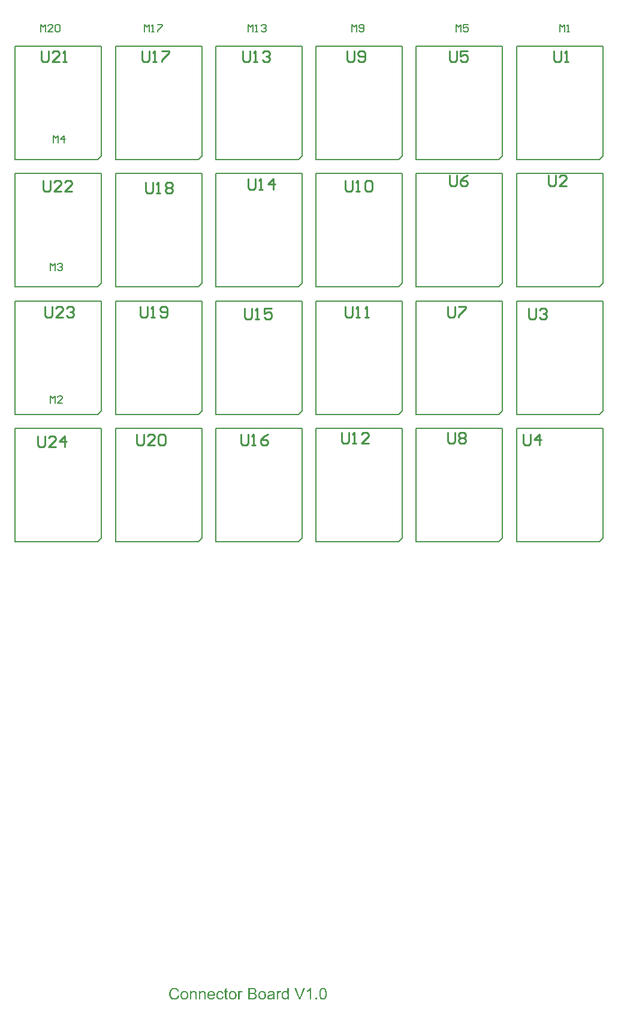
<source format=gto>
G04*
G04 #@! TF.GenerationSoftware,Altium Limited,Altium Designer,23.7.1 (13)*
G04*
G04 Layer_Color=65535*
%FSLAX44Y44*%
%MOMM*%
G71*
G04*
G04 #@! TF.SameCoordinates,18148A51-D3F6-497A-8191-E25F5C0AB562*
G04*
G04*
G04 #@! TF.FilePolarity,Positive*
G04*
G01*
G75*
%ADD10C,0.1270*%
%ADD11C,0.2540*%
G36*
X493199Y59697D02*
X493410Y59674D01*
X493669Y59650D01*
X493927Y59626D01*
X494233Y59556D01*
X494867Y59415D01*
X495572Y59204D01*
X495924Y59063D01*
X496253Y58898D01*
X496582Y58687D01*
X496911Y58475D01*
X496935Y58452D01*
X496982Y58428D01*
X497076Y58358D01*
X497193Y58240D01*
X497310Y58123D01*
X497475Y57958D01*
X497639Y57770D01*
X497827Y57582D01*
X498015Y57347D01*
X498203Y57066D01*
X498415Y56784D01*
X498603Y56478D01*
X498767Y56126D01*
X498955Y55773D01*
X499096Y55397D01*
X499237Y54974D01*
X497122Y54481D01*
Y54505D01*
X497099Y54552D01*
X497052Y54646D01*
X497005Y54763D01*
X496958Y54904D01*
X496888Y55092D01*
X496699Y55468D01*
X496465Y55891D01*
X496183Y56314D01*
X495830Y56713D01*
X495454Y57066D01*
X495407Y57112D01*
X495266Y57207D01*
X495031Y57324D01*
X494726Y57488D01*
X494327Y57629D01*
X493880Y57770D01*
X493340Y57864D01*
X492752Y57888D01*
X492564D01*
X492447Y57864D01*
X492282D01*
X492094Y57841D01*
X491648Y57770D01*
X491155Y57676D01*
X490638Y57512D01*
X490097Y57277D01*
X489604Y56972D01*
X489581D01*
X489557Y56925D01*
X489393Y56807D01*
X489181Y56619D01*
X488923Y56337D01*
X488617Y55985D01*
X488335Y55585D01*
X488077Y55092D01*
X487842Y54552D01*
Y54528D01*
X487818Y54481D01*
X487795Y54411D01*
X487771Y54293D01*
X487724Y54152D01*
X487677Y53988D01*
X487607Y53588D01*
X487513Y53118D01*
X487419Y52601D01*
X487372Y52038D01*
X487349Y51427D01*
Y51403D01*
Y51333D01*
Y51215D01*
Y51074D01*
X487372Y50910D01*
Y50698D01*
X487396Y50463D01*
X487419Y50205D01*
X487490Y49641D01*
X487607Y49030D01*
X487748Y48419D01*
X487936Y47808D01*
Y47785D01*
X487959Y47738D01*
X488006Y47667D01*
X488053Y47550D01*
X488194Y47268D01*
X488406Y46939D01*
X488664Y46563D01*
X488993Y46164D01*
X489369Y45811D01*
X489815Y45483D01*
X489839D01*
X489886Y45459D01*
X489957Y45412D01*
X490051Y45365D01*
X490168Y45318D01*
X490309Y45248D01*
X490638Y45107D01*
X491061Y44966D01*
X491531Y44848D01*
X492048Y44754D01*
X492588Y44731D01*
X492752D01*
X492893Y44754D01*
X493058D01*
X493222Y44778D01*
X493645Y44872D01*
X494139Y44989D01*
X494632Y45177D01*
X495149Y45436D01*
X495407Y45577D01*
X495642Y45764D01*
X495666Y45788D01*
X495689Y45811D01*
X495760Y45882D01*
X495854Y45952D01*
X495948Y46070D01*
X496065Y46211D01*
X496206Y46352D01*
X496324Y46540D01*
X496465Y46751D01*
X496629Y46986D01*
X496770Y47221D01*
X496911Y47503D01*
X497029Y47808D01*
X497146Y48137D01*
X497263Y48490D01*
X497357Y48866D01*
X499519Y48325D01*
Y48302D01*
X499495Y48208D01*
X499449Y48067D01*
X499378Y47879D01*
X499308Y47667D01*
X499213Y47409D01*
X499096Y47127D01*
X498955Y46822D01*
X498626Y46164D01*
X498203Y45506D01*
X497945Y45177D01*
X497686Y44848D01*
X497404Y44566D01*
X497076Y44284D01*
X497052Y44261D01*
X497005Y44214D01*
X496888Y44167D01*
X496770Y44073D01*
X496582Y43955D01*
X496394Y43838D01*
X496136Y43720D01*
X495877Y43603D01*
X495572Y43462D01*
X495243Y43344D01*
X494890Y43227D01*
X494515Y43109D01*
X494115Y43015D01*
X493692Y42969D01*
X493246Y42922D01*
X492776Y42898D01*
X492517D01*
X492329Y42922D01*
X492118D01*
X491860Y42945D01*
X491578Y42992D01*
X491249Y43039D01*
X490567Y43156D01*
X489863Y43344D01*
X489158Y43603D01*
X488829Y43767D01*
X488500Y43955D01*
X488476Y43979D01*
X488429Y44002D01*
X488335Y44073D01*
X488241Y44167D01*
X488100Y44261D01*
X487936Y44402D01*
X487748Y44566D01*
X487560Y44754D01*
X487372Y44966D01*
X487161Y45177D01*
X486738Y45718D01*
X486338Y46352D01*
X485986Y47057D01*
Y47080D01*
X485939Y47151D01*
X485915Y47268D01*
X485845Y47409D01*
X485798Y47597D01*
X485727Y47832D01*
X485633Y48091D01*
X485563Y48372D01*
X485492Y48678D01*
X485398Y49030D01*
X485281Y49759D01*
X485187Y50581D01*
X485140Y51427D01*
Y51450D01*
Y51544D01*
Y51685D01*
X485163Y51850D01*
Y52085D01*
X485187Y52320D01*
X485210Y52625D01*
X485257Y52930D01*
X485375Y53612D01*
X485539Y54364D01*
X485774Y55115D01*
X486103Y55844D01*
X486127Y55867D01*
X486150Y55938D01*
X486197Y56032D01*
X486291Y56149D01*
X486385Y56314D01*
X486503Y56502D01*
X486808Y56925D01*
X487208Y57394D01*
X487677Y57864D01*
X488218Y58334D01*
X488852Y58734D01*
X488876Y58757D01*
X488946Y58781D01*
X489040Y58828D01*
X489158Y58898D01*
X489346Y58969D01*
X489534Y59039D01*
X489768Y59133D01*
X490027Y59227D01*
X490309Y59321D01*
X490614Y59415D01*
X491272Y59556D01*
X492024Y59674D01*
X492799Y59721D01*
X493034D01*
X493199Y59697D01*
D02*
G37*
G36*
X654163Y43180D02*
X652307D01*
Y44660D01*
X652283Y44637D01*
X652260Y44590D01*
X652189Y44496D01*
X652095Y44378D01*
X651978Y44261D01*
X651837Y44120D01*
X651673Y43955D01*
X651461Y43791D01*
X651250Y43626D01*
X651015Y43462D01*
X650733Y43321D01*
X650427Y43204D01*
X650122Y43086D01*
X649770Y42992D01*
X649393Y42945D01*
X648994Y42922D01*
X648853D01*
X648759Y42945D01*
X648477Y42969D01*
X648148Y43016D01*
X647749Y43109D01*
X647302Y43250D01*
X646856Y43439D01*
X646410Y43697D01*
X646386D01*
X646363Y43744D01*
X646222Y43838D01*
X646010Y44026D01*
X645752Y44261D01*
X645446Y44566D01*
X645141Y44942D01*
X644836Y45365D01*
X644577Y45858D01*
Y45882D01*
X644554Y45929D01*
X644530Y45999D01*
X644483Y46093D01*
X644436Y46234D01*
X644366Y46399D01*
X644319Y46563D01*
X644272Y46775D01*
X644154Y47245D01*
X644037Y47785D01*
X643966Y48396D01*
X643943Y49054D01*
Y49077D01*
Y49124D01*
Y49218D01*
Y49359D01*
X643966Y49500D01*
Y49688D01*
X644013Y50111D01*
X644084Y50604D01*
X644201Y51145D01*
X644342Y51709D01*
X644530Y52249D01*
Y52273D01*
X644554Y52320D01*
X644601Y52390D01*
X644648Y52484D01*
X644789Y52743D01*
X644977Y53071D01*
X645211Y53424D01*
X645517Y53776D01*
X645869Y54152D01*
X646292Y54458D01*
X646316D01*
X646339Y54481D01*
X646410Y54528D01*
X646504Y54575D01*
X646739Y54693D01*
X647067Y54857D01*
X647443Y54998D01*
X647890Y55115D01*
X648383Y55209D01*
X648900Y55233D01*
X649088D01*
X649276Y55209D01*
X649535Y55186D01*
X649840Y55115D01*
X650169Y55045D01*
X650498Y54928D01*
X650803Y54763D01*
X650850Y54740D01*
X650944Y54693D01*
X651085Y54575D01*
X651273Y54458D01*
X651508Y54293D01*
X651720Y54082D01*
X651954Y53870D01*
X652166Y53612D01*
Y59439D01*
X654163D01*
Y43180D01*
D02*
G37*
G36*
X533093Y55209D02*
X533352Y55186D01*
X533657Y55139D01*
X533986Y55068D01*
X534338Y54974D01*
X534668Y54833D01*
X534714Y54810D01*
X534808Y54763D01*
X534973Y54693D01*
X535161Y54575D01*
X535396Y54434D01*
X535607Y54246D01*
X535819Y54058D01*
X536007Y53823D01*
X536030Y53800D01*
X536077Y53706D01*
X536148Y53588D01*
X536265Y53424D01*
X536359Y53189D01*
X536453Y52954D01*
X536571Y52672D01*
X536641Y52366D01*
Y52343D01*
X536665Y52249D01*
X536688Y52108D01*
X536712Y51920D01*
Y51638D01*
X536735Y51309D01*
X536758Y50910D01*
Y50416D01*
Y43180D01*
X534761D01*
Y50322D01*
Y50346D01*
Y50370D01*
Y50534D01*
Y50745D01*
X534738Y51004D01*
X534714Y51309D01*
X534668Y51615D01*
X534597Y51897D01*
X534526Y52155D01*
Y52179D01*
X534479Y52249D01*
X534409Y52366D01*
X534338Y52508D01*
X534221Y52649D01*
X534080Y52813D01*
X533892Y52977D01*
X533681Y53118D01*
X533657Y53142D01*
X533587Y53189D01*
X533446Y53236D01*
X533281Y53306D01*
X533093Y53377D01*
X532858Y53447D01*
X532576Y53471D01*
X532295Y53494D01*
X532177D01*
X532083Y53471D01*
X531848Y53447D01*
X531543Y53400D01*
X531214Y53283D01*
X530838Y53142D01*
X530462Y52954D01*
X530109Y52672D01*
X530062Y52625D01*
X529968Y52508D01*
X529898Y52414D01*
X529827Y52296D01*
X529734Y52155D01*
X529663Y51991D01*
X529569Y51803D01*
X529475Y51568D01*
X529405Y51309D01*
X529334Y51027D01*
X529287Y50722D01*
X529240Y50393D01*
X529193Y49994D01*
Y49594D01*
Y43180D01*
X527196D01*
Y54974D01*
X528982D01*
Y53283D01*
X529005Y53306D01*
X529052Y53377D01*
X529123Y53471D01*
X529217Y53588D01*
X529358Y53729D01*
X529522Y53894D01*
X529710Y54082D01*
X529945Y54270D01*
X530180Y54434D01*
X530462Y54622D01*
X530767Y54787D01*
X531096Y54928D01*
X531472Y55045D01*
X531848Y55139D01*
X532271Y55209D01*
X532717Y55233D01*
X532905D01*
X533093Y55209D01*
D02*
G37*
G36*
X520453D02*
X520711Y55186D01*
X521017Y55139D01*
X521346Y55068D01*
X521698Y54974D01*
X522027Y54833D01*
X522074Y54810D01*
X522168Y54763D01*
X522333Y54693D01*
X522520Y54575D01*
X522756Y54434D01*
X522967Y54246D01*
X523178Y54058D01*
X523366Y53823D01*
X523390Y53800D01*
X523437Y53706D01*
X523507Y53588D01*
X523625Y53424D01*
X523719Y53189D01*
X523813Y52954D01*
X523930Y52672D01*
X524001Y52366D01*
Y52343D01*
X524024Y52249D01*
X524048Y52108D01*
X524071Y51920D01*
Y51638D01*
X524095Y51309D01*
X524118Y50910D01*
Y50416D01*
Y43180D01*
X522121D01*
Y50322D01*
Y50346D01*
Y50370D01*
Y50534D01*
Y50745D01*
X522098Y51004D01*
X522074Y51309D01*
X522027Y51615D01*
X521957Y51897D01*
X521886Y52155D01*
Y52179D01*
X521839Y52249D01*
X521769Y52366D01*
X521698Y52508D01*
X521581Y52649D01*
X521440Y52813D01*
X521252Y52977D01*
X521040Y53118D01*
X521017Y53142D01*
X520946Y53189D01*
X520805Y53236D01*
X520641Y53306D01*
X520453Y53377D01*
X520218Y53447D01*
X519936Y53471D01*
X519654Y53494D01*
X519537D01*
X519443Y53471D01*
X519208Y53447D01*
X518902Y53400D01*
X518573Y53283D01*
X518198Y53142D01*
X517822Y52954D01*
X517469Y52672D01*
X517422Y52625D01*
X517328Y52508D01*
X517258Y52414D01*
X517187Y52296D01*
X517093Y52155D01*
X517023Y51991D01*
X516929Y51803D01*
X516835Y51568D01*
X516764Y51309D01*
X516694Y51027D01*
X516647Y50722D01*
X516600Y50393D01*
X516553Y49994D01*
Y49594D01*
Y43180D01*
X514556D01*
Y54974D01*
X516341D01*
Y53283D01*
X516365Y53306D01*
X516412Y53377D01*
X516482Y53471D01*
X516576Y53588D01*
X516717Y53729D01*
X516882Y53894D01*
X517070Y54082D01*
X517305Y54270D01*
X517540Y54434D01*
X517822Y54622D01*
X518127Y54787D01*
X518456Y54928D01*
X518832Y55045D01*
X519208Y55139D01*
X519631Y55209D01*
X520077Y55233D01*
X520265D01*
X520453Y55209D01*
D02*
G37*
G36*
X641828Y55209D02*
X642087Y55163D01*
X642392Y55068D01*
X642721Y54951D01*
X643097Y54787D01*
X643496Y54575D01*
X642768Y52743D01*
X642745Y52766D01*
X642651Y52813D01*
X642510Y52884D01*
X642321Y52954D01*
X642110Y53024D01*
X641852Y53095D01*
X641593Y53142D01*
X641335Y53165D01*
X641217D01*
X641100Y53142D01*
X640935Y53118D01*
X640771Y53071D01*
X640559Y53001D01*
X640348Y52907D01*
X640160Y52766D01*
X640136Y52743D01*
X640066Y52695D01*
X639995Y52601D01*
X639878Y52484D01*
X639761Y52320D01*
X639643Y52132D01*
X639526Y51920D01*
X639432Y51662D01*
X639408Y51615D01*
X639385Y51474D01*
X639338Y51262D01*
X639267Y50980D01*
X639197Y50628D01*
X639150Y50229D01*
X639126Y49806D01*
X639103Y49336D01*
Y43180D01*
X637106D01*
Y54974D01*
X638915D01*
Y53189D01*
X638938Y53212D01*
X639032Y53377D01*
X639150Y53588D01*
X639338Y53847D01*
X639526Y54105D01*
X639737Y54387D01*
X639949Y54622D01*
X640160Y54810D01*
X640183Y54833D01*
X640254Y54880D01*
X640395Y54951D01*
X640536Y55022D01*
X640724Y55092D01*
X640959Y55163D01*
X641194Y55209D01*
X641452Y55233D01*
X641617D01*
X641828Y55209D01*
D02*
G37*
G36*
X587508D02*
X587766Y55163D01*
X588072Y55068D01*
X588400Y54951D01*
X588776Y54787D01*
X589176Y54575D01*
X588447Y52743D01*
X588424Y52766D01*
X588330Y52813D01*
X588189Y52884D01*
X588001Y52954D01*
X587790Y53024D01*
X587531Y53095D01*
X587273Y53142D01*
X587014Y53165D01*
X586897D01*
X586779Y53142D01*
X586615Y53118D01*
X586450Y53071D01*
X586239Y53001D01*
X586027Y52907D01*
X585840Y52766D01*
X585816Y52743D01*
X585746Y52695D01*
X585675Y52601D01*
X585558Y52484D01*
X585440Y52320D01*
X585323Y52132D01*
X585205Y51920D01*
X585111Y51662D01*
X585088Y51615D01*
X585064Y51474D01*
X585017Y51262D01*
X584947Y50980D01*
X584876Y50628D01*
X584829Y50229D01*
X584806Y49806D01*
X584782Y49336D01*
Y43180D01*
X582785D01*
Y54974D01*
X584594D01*
Y53189D01*
X584618Y53212D01*
X584712Y53377D01*
X584829Y53588D01*
X585017Y53847D01*
X585205Y54105D01*
X585417Y54387D01*
X585628Y54622D01*
X585840Y54810D01*
X585863Y54833D01*
X585933Y54880D01*
X586074Y54951D01*
X586216Y55022D01*
X586403Y55092D01*
X586638Y55163D01*
X586873Y55209D01*
X587132Y55233D01*
X587296D01*
X587508Y55209D01*
D02*
G37*
G36*
X557575Y55209D02*
X557716D01*
X557904Y55186D01*
X558350Y55115D01*
X558844Y54998D01*
X559361Y54810D01*
X559878Y54575D01*
X560371Y54246D01*
X560395D01*
X560418Y54199D01*
X560559Y54058D01*
X560770Y53847D01*
X561029Y53541D01*
X561287Y53165D01*
X561546Y52695D01*
X561781Y52155D01*
X561945Y51521D01*
X559995Y51215D01*
Y51239D01*
X559972Y51262D01*
X559948Y51403D01*
X559878Y51615D01*
X559760Y51873D01*
X559643Y52155D01*
X559455Y52461D01*
X559243Y52743D01*
X559008Y52977D01*
X558985Y53001D01*
X558891Y53071D01*
X558726Y53165D01*
X558538Y53283D01*
X558280Y53400D01*
X557998Y53494D01*
X557669Y53565D01*
X557317Y53588D01*
X557176D01*
X557058Y53565D01*
X556800Y53541D01*
X556447Y53447D01*
X556071Y53330D01*
X555648Y53142D01*
X555249Y52860D01*
X555061Y52695D01*
X554873Y52508D01*
Y52484D01*
X554826Y52460D01*
X554779Y52390D01*
X554732Y52296D01*
X554662Y52179D01*
X554568Y52038D01*
X554497Y51873D01*
X554403Y51685D01*
X554309Y51450D01*
X554239Y51192D01*
X554145Y50910D01*
X554074Y50604D01*
X554027Y50276D01*
X553980Y49900D01*
X553933Y49500D01*
Y49077D01*
Y49054D01*
Y48983D01*
Y48842D01*
X553957Y48701D01*
Y48490D01*
X553980Y48278D01*
X554051Y47762D01*
X554145Y47198D01*
X554309Y46610D01*
X554521Y46093D01*
X554662Y45835D01*
X554826Y45623D01*
X554873Y45577D01*
X554991Y45459D01*
X555202Y45294D01*
X555461Y45107D01*
X555813Y44895D01*
X556212Y44731D01*
X556682Y44613D01*
X556941Y44590D01*
X557199Y44566D01*
X557246D01*
X557387Y44590D01*
X557622Y44613D01*
X557881Y44660D01*
X558186Y44731D01*
X558515Y44872D01*
X558844Y45036D01*
X559149Y45271D01*
X559196Y45295D01*
X559267Y45412D01*
X559408Y45577D01*
X559572Y45835D01*
X559737Y46140D01*
X559925Y46516D01*
X560066Y46986D01*
X560159Y47503D01*
X562133Y47245D01*
Y47221D01*
X562110Y47151D01*
X562086Y47057D01*
X562063Y46916D01*
X562016Y46728D01*
X561969Y46540D01*
X561804Y46070D01*
X561593Y45577D01*
X561287Y45036D01*
X560911Y44519D01*
X560700Y44284D01*
X560465Y44049D01*
X560442Y44026D01*
X560395Y44002D01*
X560324Y43955D01*
X560230Y43885D01*
X560112Y43791D01*
X559948Y43697D01*
X559760Y43603D01*
X559572Y43485D01*
X559102Y43274D01*
X558538Y43109D01*
X557928Y42969D01*
X557575Y42945D01*
X557223Y42922D01*
X556988D01*
X556823Y42945D01*
X556612Y42969D01*
X556377Y43015D01*
X556118Y43063D01*
X555836Y43109D01*
X555202Y43298D01*
X554897Y43438D01*
X554568Y43579D01*
X554239Y43767D01*
X553933Y43979D01*
X553628Y44214D01*
X553346Y44496D01*
X553322Y44519D01*
X553275Y44566D01*
X553205Y44660D01*
X553111Y44778D01*
X553017Y44942D01*
X552876Y45154D01*
X552759Y45388D01*
X552618Y45647D01*
X552477Y45952D01*
X552359Y46305D01*
X552218Y46657D01*
X552124Y47080D01*
X552030Y47503D01*
X551960Y47997D01*
X551913Y48490D01*
X551889Y49030D01*
Y49054D01*
Y49124D01*
Y49218D01*
Y49359D01*
X551913Y49524D01*
Y49712D01*
X551936Y49923D01*
X551960Y50158D01*
X552030Y50675D01*
X552148Y51239D01*
X552289Y51803D01*
X552500Y52366D01*
Y52390D01*
X552524Y52437D01*
X552571Y52508D01*
X552618Y52601D01*
X552759Y52860D01*
X552970Y53165D01*
X553252Y53518D01*
X553581Y53870D01*
X553980Y54223D01*
X554427Y54505D01*
X554450D01*
X554497Y54528D01*
X554568Y54575D01*
X554662Y54622D01*
X554779Y54669D01*
X554920Y54739D01*
X555273Y54880D01*
X555672Y54998D01*
X556165Y55115D01*
X556682Y55209D01*
X557246Y55233D01*
X557434D01*
X557575Y55209D01*
D02*
G37*
G36*
X670751Y43180D02*
X668519D01*
X662222Y59439D01*
X664571D01*
X668800Y47621D01*
Y47597D01*
X668824Y47550D01*
X668847Y47480D01*
X668894Y47386D01*
X668918Y47245D01*
X668965Y47104D01*
X669082Y46751D01*
X669223Y46352D01*
X669364Y45905D01*
X669646Y44966D01*
Y44989D01*
X669670Y45036D01*
X669693Y45107D01*
X669717Y45201D01*
X669787Y45459D01*
X669905Y45812D01*
X670022Y46211D01*
X670163Y46657D01*
X670328Y47127D01*
X670516Y47621D01*
X674933Y59439D01*
X677118D01*
X670751Y43180D01*
D02*
G37*
G36*
X694293D02*
X692013D01*
Y45459D01*
X694293D01*
Y43180D01*
D02*
G37*
G36*
X685764D02*
X683767D01*
Y55891D01*
X683743Y55867D01*
X683626Y55773D01*
X683485Y55632D01*
X683250Y55468D01*
X682991Y55257D01*
X682663Y55022D01*
X682287Y54763D01*
X681864Y54505D01*
X681840D01*
X681817Y54481D01*
X681676Y54387D01*
X681441Y54270D01*
X681159Y54129D01*
X680830Y53964D01*
X680477Y53800D01*
X680125Y53635D01*
X679773Y53494D01*
Y55421D01*
X679796D01*
X679843Y55468D01*
X679937Y55491D01*
X680054Y55562D01*
X680195Y55632D01*
X680360Y55726D01*
X680759Y55961D01*
X681229Y56220D01*
X681699Y56549D01*
X682193Y56925D01*
X682686Y57324D01*
X682710Y57347D01*
X682733Y57371D01*
X682803Y57442D01*
X682897Y57512D01*
X683109Y57747D01*
X683391Y58029D01*
X683673Y58358D01*
X683978Y58734D01*
X684237Y59110D01*
X684472Y59509D01*
X685764D01*
Y43180D01*
D02*
G37*
G36*
X629987Y55209D02*
X630339Y55186D01*
X630738Y55139D01*
X631138Y55068D01*
X631537Y54974D01*
X631913Y54857D01*
X631960Y54833D01*
X632078Y54787D01*
X632242Y54716D01*
X632454Y54622D01*
X632689Y54481D01*
X632924Y54340D01*
X633135Y54152D01*
X633323Y53964D01*
X633346Y53941D01*
X633393Y53870D01*
X633464Y53753D01*
X633558Y53612D01*
X633675Y53400D01*
X633769Y53189D01*
X633863Y52930D01*
X633934Y52625D01*
Y52601D01*
X633957Y52531D01*
X633981Y52390D01*
X634004Y52202D01*
Y51944D01*
X634028Y51638D01*
X634051Y51239D01*
Y50792D01*
Y48114D01*
Y48091D01*
Y47997D01*
Y47856D01*
Y47668D01*
Y47456D01*
Y47198D01*
X634075Y46634D01*
Y46046D01*
X634098Y45459D01*
X634122Y45201D01*
Y44966D01*
X634145Y44754D01*
X634169Y44590D01*
Y44566D01*
X634192Y44472D01*
X634216Y44331D01*
X634286Y44143D01*
X634333Y43932D01*
X634427Y43697D01*
X634545Y43439D01*
X634662Y43180D01*
X632571D01*
X632548Y43204D01*
X632524Y43298D01*
X632477Y43415D01*
X632407Y43603D01*
X632336Y43814D01*
X632289Y44073D01*
X632242Y44355D01*
X632195Y44660D01*
X632172D01*
X632148Y44613D01*
X632007Y44496D01*
X631796Y44331D01*
X631514Y44120D01*
X631161Y43908D01*
X630809Y43673D01*
X630433Y43462D01*
X630034Y43298D01*
X629987Y43274D01*
X629846Y43250D01*
X629634Y43180D01*
X629376Y43109D01*
X629047Y43039D01*
X628671Y42992D01*
X628248Y42945D01*
X627825Y42922D01*
X627637D01*
X627496Y42945D01*
X627332D01*
X627144Y42969D01*
X626721Y43039D01*
X626251Y43156D01*
X625734Y43321D01*
X625264Y43556D01*
X624841Y43861D01*
X624794Y43908D01*
X624677Y44026D01*
X624512Y44237D01*
X624324Y44519D01*
X624136Y44872D01*
X623972Y45271D01*
X623854Y45764D01*
X623831Y45999D01*
X623807Y46281D01*
Y46328D01*
Y46422D01*
X623831Y46587D01*
X623854Y46798D01*
X623901Y47057D01*
X623972Y47315D01*
X624066Y47597D01*
X624183Y47856D01*
X624207Y47879D01*
X624254Y47973D01*
X624348Y48114D01*
X624465Y48278D01*
X624606Y48466D01*
X624794Y48654D01*
X624982Y48842D01*
X625217Y49007D01*
X625241Y49030D01*
X625335Y49077D01*
X625452Y49171D01*
X625640Y49265D01*
X625852Y49359D01*
X626110Y49477D01*
X626368Y49571D01*
X626674Y49665D01*
X626697D01*
X626791Y49688D01*
X626932Y49735D01*
X627120Y49759D01*
X627355Y49806D01*
X627661Y49853D01*
X628013Y49923D01*
X628436Y49970D01*
X628460D01*
X628554Y49994D01*
X628671D01*
X628835Y50017D01*
X629023Y50041D01*
X629258Y50088D01*
X629517Y50111D01*
X629799Y50158D01*
X630363Y50276D01*
X630974Y50393D01*
X631514Y50534D01*
X631772Y50604D01*
X632007Y50675D01*
Y50698D01*
Y50745D01*
X632031Y50886D01*
Y51051D01*
Y51145D01*
Y51192D01*
Y51215D01*
Y51239D01*
Y51380D01*
X632007Y51615D01*
X631960Y51873D01*
X631890Y52155D01*
X631772Y52437D01*
X631631Y52695D01*
X631443Y52907D01*
X631420Y52930D01*
X631302Y53024D01*
X631114Y53118D01*
X630880Y53259D01*
X630551Y53377D01*
X630175Y53494D01*
X629705Y53565D01*
X629164Y53588D01*
X628929D01*
X628694Y53565D01*
X628366Y53518D01*
X628037Y53471D01*
X627684Y53377D01*
X627355Y53259D01*
X627073Y53095D01*
X627050Y53071D01*
X626956Y53001D01*
X626838Y52884D01*
X626697Y52695D01*
X626556Y52461D01*
X626392Y52155D01*
X626251Y51779D01*
X626110Y51356D01*
X624160Y51615D01*
Y51638D01*
X624183Y51662D01*
Y51732D01*
X624207Y51826D01*
X624277Y52038D01*
X624371Y52343D01*
X624489Y52649D01*
X624630Y52977D01*
X624818Y53306D01*
X625029Y53612D01*
X625053Y53635D01*
X625147Y53729D01*
X625288Y53870D01*
X625476Y54058D01*
X625734Y54246D01*
X626040Y54434D01*
X626392Y54646D01*
X626791Y54810D01*
X626815D01*
X626838Y54833D01*
X626909Y54857D01*
X627003Y54880D01*
X627238Y54951D01*
X627567Y55022D01*
X627943Y55092D01*
X628413Y55163D01*
X628906Y55209D01*
X629470Y55233D01*
X629728D01*
X629987Y55209D01*
D02*
G37*
G36*
X603414Y59415D02*
X603602D01*
X604025Y59368D01*
X604495Y59321D01*
X604988Y59227D01*
X605481Y59110D01*
X605928Y58945D01*
X605951D01*
X605975Y58922D01*
X606116Y58851D01*
X606327Y58734D01*
X606562Y58569D01*
X606844Y58358D01*
X607150Y58099D01*
X607431Y57770D01*
X607690Y57418D01*
X607713Y57371D01*
X607784Y57230D01*
X607901Y57042D01*
X608019Y56760D01*
X608136Y56431D01*
X608254Y56079D01*
X608324Y55679D01*
X608348Y55280D01*
Y55233D01*
Y55115D01*
X608324Y54904D01*
X608277Y54646D01*
X608207Y54340D01*
X608089Y54011D01*
X607948Y53682D01*
X607760Y53330D01*
X607737Y53283D01*
X607666Y53189D01*
X607525Y53001D01*
X607337Y52813D01*
X607103Y52578D01*
X606821Y52320D01*
X606468Y52085D01*
X606069Y51850D01*
X606092D01*
X606139Y51826D01*
X606210Y51803D01*
X606304Y51756D01*
X606586Y51662D01*
X606915Y51497D01*
X607267Y51286D01*
X607666Y51027D01*
X608019Y50722D01*
X608348Y50346D01*
X608371Y50299D01*
X608465Y50158D01*
X608606Y49947D01*
X608747Y49665D01*
X608888Y49289D01*
X609029Y48889D01*
X609123Y48419D01*
X609147Y47902D01*
Y47879D01*
Y47856D01*
Y47715D01*
X609123Y47480D01*
X609076Y47198D01*
X609029Y46869D01*
X608935Y46516D01*
X608818Y46140D01*
X608653Y45764D01*
X608630Y45718D01*
X608559Y45600D01*
X608465Y45436D01*
X608324Y45201D01*
X608136Y44966D01*
X607948Y44707D01*
X607713Y44449D01*
X607455Y44237D01*
X607431Y44214D01*
X607337Y44143D01*
X607173Y44049D01*
X606962Y43955D01*
X606703Y43814D01*
X606398Y43673D01*
X606069Y43556D01*
X605669Y43439D01*
X605622D01*
X605481Y43391D01*
X605246Y43368D01*
X604941Y43321D01*
X604565Y43274D01*
X604119Y43227D01*
X603625Y43204D01*
X603061Y43180D01*
X596859D01*
Y59439D01*
X603249D01*
X603414Y59415D01*
D02*
G37*
G36*
X566174Y54974D02*
X568195D01*
Y53424D01*
X566174D01*
Y46493D01*
Y46446D01*
Y46352D01*
Y46211D01*
X566198Y46046D01*
X566221Y45670D01*
X566245Y45506D01*
X566268Y45389D01*
X566292Y45342D01*
X566362Y45248D01*
X566456Y45130D01*
X566621Y45013D01*
X566668Y44989D01*
X566785Y44942D01*
X566997Y44895D01*
X567302Y44872D01*
X567537D01*
X567654Y44895D01*
X567819D01*
X568007Y44919D01*
X568195Y44942D01*
X568453Y43180D01*
X568406D01*
X568312Y43156D01*
X568148Y43133D01*
X567936Y43109D01*
X567701Y43063D01*
X567443Y43039D01*
X566926Y43016D01*
X566738D01*
X566550Y43039D01*
X566315Y43063D01*
X566033Y43086D01*
X565751Y43156D01*
X565493Y43227D01*
X565234Y43344D01*
X565211Y43368D01*
X565140Y43415D01*
X565047Y43485D01*
X564906Y43603D01*
X564788Y43720D01*
X564647Y43885D01*
X564506Y44049D01*
X564412Y44261D01*
Y44284D01*
X564365Y44378D01*
X564342Y44543D01*
X564295Y44778D01*
X564248Y45083D01*
X564224Y45271D01*
Y45483D01*
X564201Y45741D01*
X564177Y45999D01*
Y46281D01*
Y46610D01*
Y53424D01*
X562697D01*
Y54974D01*
X564177D01*
Y57888D01*
X566174Y59086D01*
Y54974D01*
D02*
G37*
G36*
X617017Y55209D02*
X617229Y55186D01*
X617464Y55139D01*
X617722Y55092D01*
X618028Y55045D01*
X618662Y54833D01*
X618991Y54716D01*
X619320Y54552D01*
X619649Y54387D01*
X619978Y54152D01*
X620283Y53917D01*
X620589Y53635D01*
X620612Y53612D01*
X620659Y53565D01*
X620730Y53471D01*
X620824Y53353D01*
X620941Y53189D01*
X621082Y52977D01*
X621223Y52743D01*
X621364Y52484D01*
X621505Y52202D01*
X621646Y51850D01*
X621787Y51497D01*
X621904Y51098D01*
X621998Y50675D01*
X622069Y50229D01*
X622116Y49759D01*
X622139Y49242D01*
Y49218D01*
Y49148D01*
Y49030D01*
Y48866D01*
X622116Y48678D01*
X622092Y48443D01*
Y48208D01*
X622045Y47950D01*
X621975Y47362D01*
X621834Y46775D01*
X621669Y46187D01*
X621435Y45647D01*
Y45623D01*
X621411Y45600D01*
X621364Y45529D01*
X621317Y45436D01*
X621153Y45201D01*
X620941Y44919D01*
X620659Y44590D01*
X620307Y44261D01*
X619907Y43932D01*
X619437Y43626D01*
X619414D01*
X619390Y43603D01*
X619320Y43556D01*
X619202Y43509D01*
X619085Y43462D01*
X618944Y43415D01*
X618592Y43274D01*
X618192Y43156D01*
X617699Y43039D01*
X617182Y42945D01*
X616618Y42922D01*
X616383D01*
X616195Y42945D01*
X615984Y42969D01*
X615749Y43016D01*
X615467Y43063D01*
X615185Y43109D01*
X614551Y43298D01*
X614198Y43439D01*
X613869Y43579D01*
X613540Y43767D01*
X613211Y43979D01*
X612906Y44214D01*
X612600Y44496D01*
X612577Y44519D01*
X612530Y44566D01*
X612459Y44660D01*
X612365Y44801D01*
X612248Y44966D01*
X612131Y45154D01*
X611990Y45389D01*
X611848Y45670D01*
X611708Y45976D01*
X611567Y46328D01*
X611449Y46704D01*
X611332Y47104D01*
X611238Y47550D01*
X611167Y48020D01*
X611120Y48537D01*
X611097Y49077D01*
Y49124D01*
Y49218D01*
X611120Y49383D01*
Y49618D01*
X611144Y49876D01*
X611191Y50205D01*
X611238Y50534D01*
X611332Y50910D01*
X611426Y51286D01*
X611543Y51685D01*
X611684Y52108D01*
X611872Y52508D01*
X612060Y52884D01*
X612318Y53259D01*
X612577Y53612D01*
X612906Y53917D01*
X612929Y53941D01*
X612976Y53964D01*
X613070Y54035D01*
X613188Y54129D01*
X613329Y54223D01*
X613517Y54340D01*
X613705Y54458D01*
X613940Y54575D01*
X614198Y54693D01*
X614480Y54810D01*
X615114Y55022D01*
X615843Y55186D01*
X616219Y55209D01*
X616618Y55233D01*
X616853D01*
X617017Y55209D01*
D02*
G37*
G36*
X575337D02*
X575549Y55186D01*
X575784Y55139D01*
X576042Y55092D01*
X576348Y55045D01*
X576982Y54833D01*
X577311Y54716D01*
X577640Y54552D01*
X577969Y54387D01*
X578298Y54152D01*
X578603Y53917D01*
X578909Y53635D01*
X578932Y53612D01*
X578979Y53565D01*
X579049Y53471D01*
X579143Y53353D01*
X579261Y53189D01*
X579402Y52977D01*
X579543Y52743D01*
X579684Y52484D01*
X579825Y52202D01*
X579966Y51850D01*
X580107Y51497D01*
X580224Y51098D01*
X580318Y50675D01*
X580389Y50229D01*
X580436Y49759D01*
X580459Y49242D01*
Y49218D01*
Y49148D01*
Y49030D01*
Y48866D01*
X580436Y48678D01*
X580412Y48443D01*
Y48208D01*
X580365Y47950D01*
X580295Y47362D01*
X580154Y46775D01*
X579989Y46187D01*
X579754Y45647D01*
Y45623D01*
X579731Y45600D01*
X579684Y45529D01*
X579637Y45436D01*
X579472Y45201D01*
X579261Y44919D01*
X578979Y44590D01*
X578627Y44261D01*
X578227Y43932D01*
X577757Y43626D01*
X577734D01*
X577710Y43603D01*
X577640Y43556D01*
X577522Y43509D01*
X577405Y43462D01*
X577264Y43415D01*
X576912Y43274D01*
X576512Y43156D01*
X576019Y43039D01*
X575502Y42945D01*
X574938Y42922D01*
X574703D01*
X574515Y42945D01*
X574304Y42969D01*
X574069Y43016D01*
X573787Y43063D01*
X573505Y43109D01*
X572870Y43298D01*
X572518Y43439D01*
X572189Y43579D01*
X571860Y43767D01*
X571531Y43979D01*
X571226Y44214D01*
X570920Y44496D01*
X570897Y44519D01*
X570850Y44566D01*
X570779Y44660D01*
X570685Y44801D01*
X570568Y44966D01*
X570450Y45154D01*
X570309Y45389D01*
X570168Y45670D01*
X570027Y45976D01*
X569887Y46328D01*
X569769Y46704D01*
X569651Y47104D01*
X569557Y47550D01*
X569487Y48020D01*
X569440Y48537D01*
X569417Y49077D01*
Y49124D01*
Y49218D01*
X569440Y49383D01*
Y49618D01*
X569464Y49876D01*
X569510Y50205D01*
X569557Y50534D01*
X569651Y50910D01*
X569745Y51286D01*
X569863Y51685D01*
X570004Y52108D01*
X570192Y52508D01*
X570380Y52884D01*
X570638Y53259D01*
X570897Y53612D01*
X571226Y53917D01*
X571249Y53941D01*
X571296Y53964D01*
X571390Y54035D01*
X571508Y54129D01*
X571649Y54223D01*
X571837Y54340D01*
X572024Y54458D01*
X572259Y54575D01*
X572518Y54693D01*
X572800Y54810D01*
X573434Y55022D01*
X574163Y55186D01*
X574538Y55209D01*
X574938Y55233D01*
X575173D01*
X575337Y55209D01*
D02*
G37*
G36*
X545052Y55209D02*
X545240Y55186D01*
X545475Y55139D01*
X545734Y55092D01*
X546039Y55022D01*
X546321Y54951D01*
X546650Y54833D01*
X546955Y54716D01*
X547284Y54552D01*
X547613Y54364D01*
X547942Y54152D01*
X548248Y53894D01*
X548530Y53612D01*
X548553Y53588D01*
X548600Y53541D01*
X548671Y53447D01*
X548764Y53306D01*
X548882Y53142D01*
X548999Y52954D01*
X549140Y52719D01*
X549281Y52437D01*
X549422Y52132D01*
X549563Y51803D01*
X549681Y51427D01*
X549798Y51027D01*
X549892Y50581D01*
X549963Y50111D01*
X550010Y49618D01*
X550033Y49077D01*
Y49054D01*
Y48960D01*
Y48795D01*
X550010Y48560D01*
X541199D01*
Y48537D01*
Y48466D01*
X541223Y48372D01*
Y48231D01*
X541246Y48067D01*
X541293Y47879D01*
X541363Y47456D01*
X541505Y46986D01*
X541693Y46469D01*
X541951Y45999D01*
X542280Y45577D01*
X542303D01*
X542327Y45529D01*
X542468Y45412D01*
X542679Y45248D01*
X542961Y45083D01*
X543337Y44895D01*
X543760Y44731D01*
X544230Y44613D01*
X544488Y44590D01*
X544770Y44566D01*
X544958D01*
X545170Y44590D01*
X545428Y44637D01*
X545710Y44707D01*
X546039Y44801D01*
X546344Y44942D01*
X546650Y45130D01*
X546673Y45154D01*
X546791Y45248D01*
X546932Y45388D01*
X547096Y45577D01*
X547284Y45835D01*
X547496Y46164D01*
X547707Y46540D01*
X547895Y46986D01*
X549963Y46728D01*
Y46704D01*
X549939Y46657D01*
X549916Y46563D01*
X549869Y46422D01*
X549798Y46281D01*
X549728Y46093D01*
X549540Y45694D01*
X549305Y45248D01*
X548976Y44778D01*
X548600Y44331D01*
X548130Y43908D01*
X548107D01*
X548060Y43861D01*
X547989Y43814D01*
X547895Y43744D01*
X547754Y43673D01*
X547613Y43603D01*
X547425Y43509D01*
X547214Y43415D01*
X546979Y43321D01*
X546744Y43227D01*
X546157Y43086D01*
X545499Y42969D01*
X544770Y42922D01*
X544512D01*
X544347Y42945D01*
X544136Y42969D01*
X543877Y43015D01*
X543596Y43063D01*
X543290Y43109D01*
X542632Y43298D01*
X542280Y43438D01*
X541951Y43579D01*
X541599Y43767D01*
X541270Y43979D01*
X540964Y44214D01*
X540659Y44496D01*
X540635Y44519D01*
X540588Y44566D01*
X540518Y44660D01*
X540424Y44801D01*
X540306Y44966D01*
X540189Y45154D01*
X540048Y45388D01*
X539907Y45647D01*
X539766Y45952D01*
X539625Y46281D01*
X539507Y46657D01*
X539390Y47057D01*
X539296Y47480D01*
X539226Y47950D01*
X539179Y48443D01*
X539155Y48960D01*
Y48983D01*
Y49101D01*
Y49242D01*
X539179Y49453D01*
X539202Y49712D01*
X539226Y49994D01*
X539272Y50322D01*
X539343Y50651D01*
X539531Y51403D01*
X539648Y51779D01*
X539789Y52179D01*
X539977Y52554D01*
X540189Y52907D01*
X540424Y53259D01*
X540682Y53588D01*
X540706Y53612D01*
X540753Y53659D01*
X540847Y53729D01*
X540964Y53847D01*
X541105Y53964D01*
X541293Y54105D01*
X541505Y54270D01*
X541763Y54411D01*
X542021Y54575D01*
X542327Y54716D01*
X542656Y54857D01*
X543008Y54974D01*
X543384Y55092D01*
X543783Y55162D01*
X544206Y55209D01*
X544653Y55233D01*
X544888D01*
X545052Y55209D01*
D02*
G37*
G36*
X507084D02*
X507296Y55186D01*
X507531Y55139D01*
X507789Y55092D01*
X508095Y55045D01*
X508729Y54833D01*
X509058Y54716D01*
X509387Y54552D01*
X509716Y54387D01*
X510045Y54152D01*
X510350Y53917D01*
X510656Y53635D01*
X510679Y53612D01*
X510726Y53565D01*
X510797Y53471D01*
X510891Y53353D01*
X511008Y53189D01*
X511149Y52977D01*
X511290Y52743D01*
X511431Y52484D01*
X511572Y52202D01*
X511713Y51850D01*
X511854Y51497D01*
X511971Y51098D01*
X512065Y50675D01*
X512136Y50229D01*
X512183Y49759D01*
X512206Y49242D01*
Y49218D01*
Y49148D01*
Y49030D01*
Y48866D01*
X512183Y48678D01*
X512159Y48443D01*
Y48208D01*
X512112Y47950D01*
X512042Y47362D01*
X511901Y46775D01*
X511736Y46187D01*
X511501Y45647D01*
Y45623D01*
X511478Y45600D01*
X511431Y45529D01*
X511384Y45436D01*
X511219Y45201D01*
X511008Y44919D01*
X510726Y44590D01*
X510374Y44261D01*
X509974Y43932D01*
X509504Y43626D01*
X509481D01*
X509457Y43603D01*
X509387Y43556D01*
X509269Y43509D01*
X509152Y43462D01*
X509011Y43415D01*
X508658Y43274D01*
X508259Y43156D01*
X507766Y43039D01*
X507249Y42945D01*
X506685Y42922D01*
X506450D01*
X506262Y42945D01*
X506051Y42969D01*
X505816Y43015D01*
X505534Y43063D01*
X505252Y43109D01*
X504617Y43298D01*
X504265Y43438D01*
X503936Y43579D01*
X503607Y43767D01*
X503278Y43979D01*
X502973Y44214D01*
X502667Y44496D01*
X502644Y44519D01*
X502597Y44566D01*
X502526Y44660D01*
X502432Y44801D01*
X502315Y44966D01*
X502197Y45154D01*
X502056Y45388D01*
X501915Y45670D01*
X501774Y45976D01*
X501633Y46328D01*
X501516Y46704D01*
X501399Y47104D01*
X501305Y47550D01*
X501234Y48020D01*
X501187Y48537D01*
X501164Y49077D01*
Y49124D01*
Y49218D01*
X501187Y49383D01*
Y49618D01*
X501211Y49876D01*
X501258Y50205D01*
X501305Y50534D01*
X501399Y50910D01*
X501493Y51286D01*
X501610Y51685D01*
X501751Y52108D01*
X501939Y52508D01*
X502127Y52883D01*
X502385Y53259D01*
X502644Y53612D01*
X502973Y53917D01*
X502996Y53941D01*
X503043Y53964D01*
X503137Y54035D01*
X503255Y54129D01*
X503396Y54223D01*
X503584Y54340D01*
X503772Y54458D01*
X504007Y54575D01*
X504265Y54693D01*
X504547Y54810D01*
X505181Y55022D01*
X505910Y55186D01*
X506286Y55209D01*
X506685Y55233D01*
X506920D01*
X507084Y55209D01*
D02*
G37*
G36*
X702986Y59486D02*
X703291Y59439D01*
X703643Y59368D01*
X704019Y59274D01*
X704419Y59157D01*
X704795Y58969D01*
X704818D01*
X704842Y58945D01*
X704959Y58875D01*
X705147Y58757D01*
X705382Y58593D01*
X705641Y58358D01*
X705922Y58099D01*
X706181Y57794D01*
X706439Y57442D01*
X706463Y57394D01*
X706557Y57277D01*
X706651Y57066D01*
X706815Y56760D01*
X706956Y56408D01*
X707144Y56008D01*
X707309Y55538D01*
X707450Y55022D01*
Y54998D01*
X707473Y54951D01*
X707497Y54881D01*
X707520Y54763D01*
X707544Y54622D01*
X707567Y54458D01*
X707614Y54246D01*
X707638Y54011D01*
X707685Y53753D01*
X707708Y53471D01*
X707732Y53142D01*
X707779Y52813D01*
X707802Y52437D01*
Y52061D01*
X707826Y51638D01*
Y51192D01*
Y51168D01*
Y51074D01*
Y50910D01*
Y50722D01*
X707802Y50464D01*
Y50182D01*
X707779Y49876D01*
X707755Y49547D01*
X707685Y48795D01*
X707567Y48020D01*
X707426Y47268D01*
X707332Y46916D01*
X707215Y46563D01*
Y46540D01*
X707191Y46493D01*
X707144Y46399D01*
X707097Y46281D01*
X707050Y46117D01*
X706956Y45953D01*
X706768Y45553D01*
X706533Y45130D01*
X706228Y44660D01*
X705875Y44237D01*
X705453Y43838D01*
X705429D01*
X705406Y43791D01*
X705335Y43744D01*
X705241Y43697D01*
X705124Y43626D01*
X705006Y43533D01*
X704654Y43368D01*
X704231Y43204D01*
X703737Y43039D01*
X703150Y42945D01*
X702516Y42898D01*
X702281D01*
X702116Y42922D01*
X701928Y42945D01*
X701693Y42992D01*
X701435Y43039D01*
X701153Y43109D01*
X700871Y43204D01*
X700566Y43298D01*
X700260Y43439D01*
X699955Y43603D01*
X699649Y43791D01*
X699344Y44026D01*
X699062Y44284D01*
X698803Y44566D01*
X698780Y44590D01*
X698733Y44660D01*
X698663Y44778D01*
X698545Y44966D01*
X698428Y45177D01*
X698310Y45459D01*
X698146Y45788D01*
X698005Y46164D01*
X697864Y46587D01*
X697723Y47080D01*
X697582Y47621D01*
X697464Y48232D01*
X697347Y48889D01*
X697276Y49594D01*
X697229Y50370D01*
X697206Y51192D01*
Y51215D01*
Y51309D01*
Y51474D01*
Y51662D01*
X697229Y51920D01*
Y52202D01*
X697253Y52508D01*
X697276Y52860D01*
X697347Y53588D01*
X697464Y54364D01*
X697605Y55139D01*
X697699Y55491D01*
X697793Y55844D01*
Y55867D01*
X697817Y55914D01*
X697864Y56008D01*
X697911Y56126D01*
X697958Y56290D01*
X698052Y56455D01*
X698240Y56854D01*
X698475Y57277D01*
X698780Y57723D01*
X699133Y58170D01*
X699555Y58546D01*
X699579D01*
X699602Y58593D01*
X699673Y58640D01*
X699767Y58687D01*
X699884Y58781D01*
X700025Y58851D01*
X700378Y59039D01*
X700801Y59204D01*
X701294Y59368D01*
X701881Y59462D01*
X702516Y59509D01*
X702727D01*
X702986Y59486D01*
D02*
G37*
%LPC*%
G36*
X649112Y53588D02*
X648994D01*
X648900Y53565D01*
X648642Y53541D01*
X648336Y53447D01*
X647984Y53330D01*
X647608Y53118D01*
X647232Y52860D01*
X647044Y52672D01*
X646880Y52484D01*
Y52461D01*
X646833Y52437D01*
X646809Y52367D01*
X646739Y52273D01*
X646668Y52155D01*
X646598Y52014D01*
X646527Y51850D01*
X646433Y51662D01*
X646339Y51427D01*
X646269Y51168D01*
X646198Y50886D01*
X646128Y50581D01*
X646081Y50252D01*
X646034Y49876D01*
X645987Y49477D01*
Y49054D01*
Y49030D01*
Y48960D01*
Y48842D01*
X646010Y48678D01*
Y48490D01*
X646034Y48278D01*
X646104Y47785D01*
X646222Y47245D01*
X646386Y46681D01*
X646621Y46140D01*
X646762Y45905D01*
X646927Y45670D01*
X646950D01*
X646974Y45623D01*
X647091Y45506D01*
X647302Y45318D01*
X647561Y45130D01*
X647890Y44919D01*
X648289Y44731D01*
X648712Y44613D01*
X648947Y44590D01*
X649182Y44566D01*
X649300D01*
X649393Y44590D01*
X649652Y44613D01*
X649957Y44707D01*
X650310Y44825D01*
X650686Y45013D01*
X651062Y45271D01*
X651250Y45436D01*
X651414Y45623D01*
Y45647D01*
X651461Y45670D01*
X651508Y45741D01*
X651555Y45835D01*
X651626Y45952D01*
X651720Y46070D01*
X651790Y46258D01*
X651884Y46446D01*
X651978Y46657D01*
X652048Y46892D01*
X652142Y47174D01*
X652213Y47456D01*
X652260Y47785D01*
X652307Y48114D01*
X652354Y48490D01*
Y48889D01*
Y48913D01*
Y49007D01*
Y49124D01*
X652330Y49289D01*
Y49477D01*
X652307Y49712D01*
X652283Y49970D01*
X652236Y50252D01*
X652119Y50816D01*
X651954Y51403D01*
X651720Y51967D01*
X651579Y52202D01*
X651414Y52437D01*
Y52461D01*
X651367Y52484D01*
X651250Y52625D01*
X651038Y52813D01*
X650780Y53024D01*
X650451Y53236D01*
X650051Y53400D01*
X649605Y53541D01*
X649370Y53565D01*
X649112Y53588D01*
D02*
G37*
G36*
X632031Y49101D02*
X632007D01*
X631984Y49077D01*
X631913Y49054D01*
X631819Y49030D01*
X631702Y48983D01*
X631561Y48936D01*
X631396Y48889D01*
X631208Y48842D01*
X630997Y48772D01*
X630738Y48725D01*
X630480Y48654D01*
X630175Y48584D01*
X629846Y48513D01*
X629517Y48443D01*
X629141Y48396D01*
X628741Y48325D01*
X628694D01*
X628554Y48302D01*
X628318Y48255D01*
X628060Y48208D01*
X627778Y48161D01*
X627496Y48091D01*
X627238Y48020D01*
X627003Y47926D01*
X626979D01*
X626909Y47879D01*
X626815Y47832D01*
X626721Y47762D01*
X626439Y47574D01*
X626204Y47292D01*
Y47268D01*
X626157Y47221D01*
X626133Y47127D01*
X626087Y47010D01*
X626040Y46869D01*
X625993Y46728D01*
X625969Y46540D01*
X625946Y46352D01*
Y46328D01*
Y46211D01*
X625969Y46070D01*
X626016Y45882D01*
X626087Y45670D01*
X626204Y45459D01*
X626345Y45224D01*
X626533Y45013D01*
X626556Y44989D01*
X626650Y44942D01*
X626791Y44848D01*
X626979Y44754D01*
X627238Y44660D01*
X627543Y44566D01*
X627896Y44519D01*
X628318Y44496D01*
X628507D01*
X628741Y44519D01*
X629000Y44566D01*
X629329Y44613D01*
X629658Y44707D01*
X630010Y44825D01*
X630363Y44989D01*
X630410Y45013D01*
X630504Y45083D01*
X630668Y45201D01*
X630856Y45365D01*
X631067Y45553D01*
X631302Y45788D01*
X631490Y46070D01*
X631678Y46375D01*
X631702Y46399D01*
X631725Y46493D01*
X631772Y46657D01*
X631843Y46869D01*
X631913Y47151D01*
X631960Y47480D01*
X631984Y47879D01*
X632007Y48349D01*
X632031Y49101D01*
D02*
G37*
G36*
X602873Y57512D02*
X599020D01*
Y52625D01*
X603014D01*
X603320Y52649D01*
X603649Y52672D01*
X603978Y52695D01*
X604307Y52743D01*
X604565Y52790D01*
X604612Y52813D01*
X604706Y52836D01*
X604847Y52907D01*
X605035Y53001D01*
X605223Y53095D01*
X605434Y53236D01*
X605646Y53424D01*
X605810Y53612D01*
X605834Y53635D01*
X605881Y53706D01*
X605951Y53847D01*
X606022Y54011D01*
X606092Y54199D01*
X606163Y54434D01*
X606210Y54716D01*
X606233Y55022D01*
Y55068D01*
Y55163D01*
X606210Y55303D01*
X606186Y55491D01*
X606139Y55726D01*
X606069Y55961D01*
X605975Y56196D01*
X605834Y56431D01*
X605810Y56455D01*
X605763Y56525D01*
X605669Y56643D01*
X605552Y56760D01*
X605387Y56901D01*
X605199Y57042D01*
X604964Y57183D01*
X604706Y57277D01*
X604683D01*
X604565Y57324D01*
X604401Y57347D01*
X604142Y57394D01*
X603790Y57442D01*
X603390Y57465D01*
X602873Y57512D01*
D02*
G37*
G36*
X603296Y50698D02*
X599020D01*
Y45107D01*
X603649D01*
X604142Y45130D01*
X604354Y45154D01*
X604542Y45177D01*
X604565D01*
X604659Y45201D01*
X604800Y45224D01*
X604964Y45271D01*
X605364Y45412D01*
X605763Y45600D01*
X605787Y45623D01*
X605857Y45670D01*
X605951Y45741D01*
X606069Y45835D01*
X606186Y45976D01*
X606351Y46117D01*
X606468Y46305D01*
X606609Y46516D01*
X606633Y46540D01*
X606656Y46610D01*
X606703Y46751D01*
X606774Y46916D01*
X606844Y47104D01*
X606891Y47339D01*
X606915Y47621D01*
X606938Y47902D01*
Y47950D01*
Y48043D01*
X606915Y48232D01*
X606868Y48443D01*
X606821Y48678D01*
X606727Y48936D01*
X606609Y49195D01*
X606445Y49453D01*
X606421Y49477D01*
X606351Y49571D01*
X606257Y49688D01*
X606116Y49829D01*
X605928Y49994D01*
X605693Y50158D01*
X605434Y50299D01*
X605129Y50416D01*
X605082Y50440D01*
X604988Y50464D01*
X604776Y50511D01*
X604518Y50557D01*
X604189Y50604D01*
X603790Y50651D01*
X603296Y50698D01*
D02*
G37*
G36*
X616618Y53588D02*
X616477D01*
X616360Y53565D01*
X616101Y53541D01*
X615749Y53447D01*
X615349Y53306D01*
X614926Y53118D01*
X614527Y52836D01*
X614315Y52649D01*
X614128Y52461D01*
Y52437D01*
X614081Y52414D01*
X614034Y52343D01*
X613963Y52249D01*
X613893Y52132D01*
X613822Y51991D01*
X613728Y51803D01*
X613634Y51615D01*
X613540Y51380D01*
X613446Y51145D01*
X613376Y50863D01*
X613305Y50557D01*
X613235Y50229D01*
X613188Y49876D01*
X613164Y49477D01*
X613141Y49077D01*
Y49054D01*
Y48983D01*
Y48866D01*
X613164Y48701D01*
Y48513D01*
X613188Y48302D01*
X613258Y47808D01*
X613376Y47245D01*
X613564Y46681D01*
X613799Y46140D01*
X613963Y45905D01*
X614128Y45670D01*
X614151D01*
X614174Y45623D01*
X614315Y45506D01*
X614527Y45318D01*
X614809Y45130D01*
X615161Y44919D01*
X615584Y44731D01*
X616078Y44613D01*
X616336Y44590D01*
X616618Y44566D01*
X616759D01*
X616876Y44590D01*
X617135Y44637D01*
X617487Y44707D01*
X617863Y44848D01*
X618286Y45036D01*
X618686Y45318D01*
X618897Y45506D01*
X619085Y45694D01*
X619109Y45718D01*
X619132Y45741D01*
X619179Y45812D01*
X619249Y45905D01*
X619320Y46023D01*
X619414Y46164D01*
X619508Y46352D01*
X619602Y46540D01*
X619696Y46775D01*
X619766Y47033D01*
X619860Y47315D01*
X619931Y47621D01*
X620001Y47973D01*
X620048Y48325D01*
X620095Y48725D01*
Y49148D01*
Y49171D01*
Y49242D01*
Y49359D01*
X620072Y49500D01*
Y49688D01*
X620048Y49900D01*
X619978Y50393D01*
X619860Y50910D01*
X619672Y51474D01*
X619414Y51991D01*
X619273Y52249D01*
X619085Y52461D01*
Y52484D01*
X619038Y52508D01*
X618897Y52649D01*
X618686Y52813D01*
X618404Y53024D01*
X618051Y53236D01*
X617628Y53424D01*
X617158Y53541D01*
X616900Y53565D01*
X616618Y53588D01*
D02*
G37*
G36*
X574938D02*
X574797D01*
X574679Y53565D01*
X574421Y53541D01*
X574069Y53447D01*
X573669Y53306D01*
X573246Y53118D01*
X572847Y52836D01*
X572635Y52649D01*
X572447Y52461D01*
Y52437D01*
X572400Y52414D01*
X572353Y52343D01*
X572283Y52249D01*
X572212Y52132D01*
X572142Y51991D01*
X572048Y51803D01*
X571954Y51615D01*
X571860Y51380D01*
X571766Y51145D01*
X571696Y50863D01*
X571625Y50557D01*
X571555Y50229D01*
X571508Y49876D01*
X571484Y49477D01*
X571461Y49077D01*
Y49054D01*
Y48983D01*
Y48866D01*
X571484Y48701D01*
Y48513D01*
X571508Y48302D01*
X571578Y47808D01*
X571696Y47245D01*
X571884Y46681D01*
X572118Y46140D01*
X572283Y45905D01*
X572447Y45670D01*
X572471D01*
X572494Y45623D01*
X572635Y45506D01*
X572847Y45318D01*
X573129Y45130D01*
X573481Y44919D01*
X573904Y44731D01*
X574398Y44613D01*
X574656Y44590D01*
X574938Y44566D01*
X575079D01*
X575196Y44590D01*
X575455Y44637D01*
X575807Y44707D01*
X576183Y44848D01*
X576606Y45036D01*
X577005Y45318D01*
X577217Y45506D01*
X577405Y45694D01*
X577428Y45718D01*
X577452Y45741D01*
X577499Y45812D01*
X577569Y45905D01*
X577640Y46023D01*
X577734Y46164D01*
X577828Y46352D01*
X577922Y46540D01*
X578016Y46775D01*
X578086Y47033D01*
X578180Y47315D01*
X578251Y47621D01*
X578321Y47973D01*
X578368Y48325D01*
X578415Y48725D01*
Y49148D01*
Y49171D01*
Y49242D01*
Y49359D01*
X578392Y49500D01*
Y49688D01*
X578368Y49900D01*
X578298Y50393D01*
X578180Y50910D01*
X577992Y51474D01*
X577734Y51991D01*
X577593Y52249D01*
X577405Y52461D01*
Y52484D01*
X577358Y52508D01*
X577217Y52649D01*
X577005Y52813D01*
X576724Y53024D01*
X576371Y53236D01*
X575948Y53424D01*
X575478Y53541D01*
X575220Y53565D01*
X574938Y53588D01*
D02*
G37*
G36*
X544676Y53588D02*
X544535D01*
X544441Y53565D01*
X544183Y53541D01*
X543877Y53471D01*
X543502Y53353D01*
X543102Y53189D01*
X542726Y52954D01*
X542350Y52649D01*
X542303Y52601D01*
X542209Y52484D01*
X542045Y52273D01*
X541880Y51991D01*
X541693Y51662D01*
X541528Y51239D01*
X541387Y50745D01*
X541316Y50205D01*
X547919D01*
Y50229D01*
Y50276D01*
X547895Y50346D01*
Y50440D01*
X547848Y50722D01*
X547778Y51027D01*
X547660Y51403D01*
X547543Y51756D01*
X547355Y52108D01*
X547143Y52414D01*
Y52437D01*
X547096Y52460D01*
X546979Y52601D01*
X546767Y52790D01*
X546485Y53001D01*
X546133Y53212D01*
X545710Y53400D01*
X545217Y53541D01*
X544958Y53565D01*
X544676Y53588D01*
D02*
G37*
G36*
X506685D02*
X506544D01*
X506427Y53565D01*
X506168Y53541D01*
X505816Y53447D01*
X505416Y53306D01*
X504993Y53118D01*
X504594Y52836D01*
X504382Y52649D01*
X504194Y52460D01*
Y52437D01*
X504147Y52414D01*
X504100Y52343D01*
X504030Y52249D01*
X503960Y52132D01*
X503889Y51991D01*
X503795Y51803D01*
X503701Y51615D01*
X503607Y51380D01*
X503513Y51145D01*
X503443Y50863D01*
X503372Y50557D01*
X503302Y50229D01*
X503255Y49876D01*
X503231Y49477D01*
X503208Y49077D01*
Y49054D01*
Y48983D01*
Y48866D01*
X503231Y48701D01*
Y48513D01*
X503255Y48302D01*
X503325Y47808D01*
X503443Y47245D01*
X503631Y46681D01*
X503866Y46140D01*
X504030Y45905D01*
X504194Y45670D01*
X504218D01*
X504241Y45623D01*
X504382Y45506D01*
X504594Y45318D01*
X504876Y45130D01*
X505228Y44919D01*
X505651Y44731D01*
X506144Y44613D01*
X506403Y44590D01*
X506685Y44566D01*
X506826D01*
X506943Y44590D01*
X507202Y44637D01*
X507554Y44707D01*
X507930Y44848D01*
X508353Y45036D01*
X508753Y45318D01*
X508964Y45506D01*
X509152Y45694D01*
X509175Y45718D01*
X509199Y45741D01*
X509246Y45811D01*
X509316Y45905D01*
X509387Y46023D01*
X509481Y46164D01*
X509575Y46352D01*
X509669Y46540D01*
X509763Y46775D01*
X509833Y47033D01*
X509927Y47315D01*
X509998Y47621D01*
X510068Y47973D01*
X510115Y48325D01*
X510162Y48725D01*
Y49148D01*
Y49171D01*
Y49242D01*
Y49359D01*
X510139Y49500D01*
Y49688D01*
X510115Y49900D01*
X510045Y50393D01*
X509927Y50910D01*
X509739Y51474D01*
X509481Y51991D01*
X509340Y52249D01*
X509152Y52460D01*
Y52484D01*
X509105Y52508D01*
X508964Y52649D01*
X508753Y52813D01*
X508470Y53024D01*
X508118Y53236D01*
X507695Y53424D01*
X507225Y53541D01*
X506967Y53565D01*
X506685Y53588D01*
D02*
G37*
G36*
X702492Y57864D02*
X702351D01*
X702257Y57841D01*
X701999Y57794D01*
X701693Y57723D01*
X701341Y57583D01*
X700965Y57371D01*
X700777Y57230D01*
X700589Y57089D01*
X700425Y56901D01*
X700260Y56690D01*
Y56666D01*
X700213Y56619D01*
X700166Y56525D01*
X700096Y56408D01*
X700025Y56220D01*
X699931Y56008D01*
X699861Y55750D01*
X699767Y55444D01*
X699673Y55092D01*
X699579Y54693D01*
X699485Y54246D01*
X699414Y53753D01*
X699344Y53189D01*
X699297Y52578D01*
X699273Y51920D01*
X699250Y51192D01*
Y51145D01*
Y51027D01*
Y50816D01*
X699273Y50534D01*
Y50229D01*
X699297Y49853D01*
X699320Y49453D01*
X699367Y49030D01*
X699485Y48114D01*
X699555Y47668D01*
X699649Y47245D01*
X699743Y46845D01*
X699884Y46469D01*
X700025Y46140D01*
X700190Y45858D01*
Y45835D01*
X700237Y45812D01*
X700354Y45647D01*
X700566Y45436D01*
X700824Y45201D01*
X701177Y44966D01*
X701576Y44754D01*
X702022Y44590D01*
X702257Y44566D01*
X702516Y44543D01*
X702657D01*
X702751Y44566D01*
X702986Y44613D01*
X703315Y44707D01*
X703667Y44872D01*
X704066Y45107D01*
X704254Y45248D01*
X704442Y45436D01*
X704630Y45623D01*
X704818Y45858D01*
Y45882D01*
X704865Y45929D01*
X704912Y45999D01*
X704959Y46117D01*
X705053Y46281D01*
X705124Y46493D01*
X705218Y46728D01*
X705312Y47010D01*
X705382Y47362D01*
X705476Y47738D01*
X705570Y48184D01*
X705641Y48654D01*
X705688Y49218D01*
X705735Y49806D01*
X705781Y50464D01*
Y51192D01*
Y51215D01*
Y51239D01*
Y51356D01*
Y51568D01*
X705758Y51850D01*
Y52155D01*
X705735Y52531D01*
X705711Y52930D01*
X705664Y53377D01*
X705547Y54270D01*
X705476Y54716D01*
X705382Y55139D01*
X705288Y55538D01*
X705147Y55914D01*
X705006Y56243D01*
X704842Y56525D01*
Y56549D01*
X704795Y56572D01*
X704748Y56643D01*
X704677Y56737D01*
X704466Y56948D01*
X704207Y57207D01*
X703855Y57442D01*
X703456Y57653D01*
X703244Y57747D01*
X703009Y57817D01*
X702751Y57841D01*
X702492Y57864D01*
D02*
G37*
%LPD*%
D10*
X672926Y873876D02*
Y1028796D01*
X667846Y868796D02*
X672926Y873876D01*
X550926Y868796D02*
X667846D01*
X550926Y1028796D02*
X672926D01*
X551006Y868816D02*
Y1028816D01*
X834206Y868816D02*
Y1028816D01*
X834126Y1028796D02*
X956126D01*
X834126Y868796D02*
X951046D01*
X956126Y873876D01*
Y1028796D01*
X1097726Y1233876D02*
Y1388796D01*
X1092646Y1228796D02*
X1097726Y1233876D01*
X975726Y1228796D02*
X1092646D01*
X975726Y1388796D02*
X1097726D01*
X975806Y1228816D02*
Y1388816D01*
X834206Y688816D02*
Y848816D01*
X834126Y848796D02*
X956126D01*
X834126Y688796D02*
X951046D01*
X956126Y693876D01*
Y848796D01*
X1097726Y1053876D02*
Y1208796D01*
X1092646Y1048796D02*
X1097726Y1053876D01*
X975726Y1048796D02*
X1092646D01*
X975726Y1208796D02*
X1097726D01*
X975806Y1048816D02*
Y1208816D01*
X692606Y688816D02*
Y848816D01*
X692526Y848796D02*
X814526D01*
X692526Y688796D02*
X809446D01*
X814526Y693876D01*
Y848796D01*
X1097726Y873876D02*
Y1028796D01*
X1092646Y868796D02*
X1097726Y873876D01*
X975726Y868796D02*
X1092646D01*
X975726Y1028796D02*
X1097726D01*
X975806Y868816D02*
Y1028816D01*
X692606Y868816D02*
Y1028816D01*
X692526Y1028796D02*
X814526D01*
X692526Y868796D02*
X809446D01*
X814526Y873876D01*
Y1028796D01*
X956126Y1233876D02*
Y1388796D01*
X951046Y1228796D02*
X956126Y1233876D01*
X834126Y1228796D02*
X951046D01*
X834126Y1388796D02*
X956126D01*
X834206Y1228816D02*
Y1388816D01*
X692606Y1048816D02*
Y1208816D01*
X692526Y1208796D02*
X814526D01*
X692526Y1048796D02*
X809446D01*
X814526Y1053876D01*
Y1208796D01*
X956126Y1053876D02*
Y1208796D01*
X951046Y1048796D02*
X956126Y1053876D01*
X834126Y1048796D02*
X951046D01*
X834126Y1208796D02*
X956126D01*
X834206Y1048816D02*
Y1208816D01*
X692606Y1228816D02*
Y1388816D01*
X692526Y1388796D02*
X814526D01*
X692526Y1228796D02*
X809446D01*
X814526Y1233876D01*
Y1388796D01*
X1097726Y693876D02*
Y848796D01*
X1092646Y688796D02*
X1097726Y693876D01*
X975726Y688796D02*
X1092646D01*
X975726Y848796D02*
X1097726D01*
X975806Y688816D02*
Y848816D01*
X409406Y868816D02*
Y1028816D01*
X409326Y1028796D02*
X531326D01*
X409326Y868796D02*
X526246D01*
X531326Y873876D01*
Y1028796D01*
X672926Y1233876D02*
Y1388796D01*
X667846Y1228796D02*
X672926Y1233876D01*
X550926Y1228796D02*
X667846D01*
X550926Y1388796D02*
X672926D01*
X551006Y1228816D02*
Y1388816D01*
X409406Y688816D02*
Y848816D01*
X409326Y848796D02*
X531326D01*
X409326Y688796D02*
X526246D01*
X531326Y693876D01*
Y848796D01*
X672926Y1053876D02*
Y1208796D01*
X667846Y1048796D02*
X672926Y1053876D01*
X550926Y1048796D02*
X667846D01*
X550926Y1208796D02*
X672926D01*
X551006Y1048816D02*
Y1208816D01*
X267806Y1228816D02*
Y1388816D01*
X267726Y1388796D02*
X389726D01*
X267726Y1228796D02*
X384646D01*
X389726Y1233876D01*
Y1388796D01*
X672926Y693876D02*
Y848796D01*
X667846Y688796D02*
X672926Y693876D01*
X550926Y688796D02*
X667846D01*
X550926Y848796D02*
X672926D01*
X551006Y688816D02*
Y848816D01*
X267806Y1048816D02*
Y1208816D01*
X267726Y1208796D02*
X389726D01*
X267726Y1048796D02*
X384646D01*
X389726Y1053876D01*
Y1208796D01*
X531326Y1233876D02*
Y1388796D01*
X526246Y1228796D02*
X531326Y1233876D01*
X409326Y1228796D02*
X526246D01*
X409326Y1388796D02*
X531326D01*
X409406Y1228816D02*
Y1388816D01*
X267806Y868816D02*
Y1028816D01*
X267726Y1028796D02*
X389726D01*
X267726Y868796D02*
X384646D01*
X389726Y873876D01*
Y1028796D01*
X531326Y1053876D02*
Y1208796D01*
X526246Y1048796D02*
X531326Y1053876D01*
X409326Y1048796D02*
X526246D01*
X409326Y1208796D02*
X531326D01*
X409406Y1048816D02*
Y1208816D01*
X267806Y688816D02*
Y848816D01*
X267726Y848796D02*
X389726D01*
X267726Y688796D02*
X384646D01*
X389726Y693876D01*
Y848796D01*
X1036828Y1408684D02*
Y1418841D01*
X1040214Y1415455D01*
X1043599Y1418841D01*
Y1408684D01*
X1046985D02*
X1050370D01*
X1048678D01*
Y1418841D01*
X1046985Y1417148D01*
X317754Y884682D02*
Y894839D01*
X321140Y891453D01*
X324525Y894839D01*
Y884682D01*
X334682D02*
X327911D01*
X334682Y891453D01*
Y893146D01*
X332989Y894839D01*
X329604D01*
X327911Y893146D01*
X317754Y1071880D02*
Y1082037D01*
X321140Y1078651D01*
X324525Y1082037D01*
Y1071880D01*
X327911Y1080344D02*
X329604Y1082037D01*
X332989D01*
X334682Y1080344D01*
Y1078651D01*
X332989Y1076958D01*
X331296D01*
X332989D01*
X334682Y1075266D01*
Y1073573D01*
X332989Y1071880D01*
X329604D01*
X327911Y1073573D01*
X321564Y1252220D02*
Y1262377D01*
X324950Y1258991D01*
X328335Y1262377D01*
Y1252220D01*
X336799D02*
Y1262377D01*
X331721Y1257298D01*
X338492D01*
X890270Y1408684D02*
Y1418841D01*
X893656Y1415455D01*
X897041Y1418841D01*
Y1408684D01*
X907198Y1418841D02*
X900427D01*
Y1413762D01*
X903812Y1415455D01*
X905505D01*
X907198Y1413762D01*
Y1410377D01*
X905505Y1408684D01*
X902120D01*
X900427Y1410377D01*
X743712Y1408684D02*
Y1418841D01*
X747098Y1415455D01*
X750483Y1418841D01*
Y1408684D01*
X753869Y1410377D02*
X755562Y1408684D01*
X758947D01*
X760640Y1410377D01*
Y1417148D01*
X758947Y1418841D01*
X755562D01*
X753869Y1417148D01*
Y1415455D01*
X755562Y1413762D01*
X760640D01*
X597154Y1408684D02*
Y1418841D01*
X600540Y1415455D01*
X603925Y1418841D01*
Y1408684D01*
X607311D02*
X610696D01*
X609003D01*
Y1418841D01*
X607311Y1417148D01*
X615775D02*
X617467Y1418841D01*
X620853D01*
X622546Y1417148D01*
Y1415455D01*
X620853Y1413762D01*
X619160D01*
X620853D01*
X622546Y1412070D01*
Y1410377D01*
X620853Y1408684D01*
X617467D01*
X615775Y1410377D01*
X450596Y1408684D02*
Y1418841D01*
X453982Y1415455D01*
X457367Y1418841D01*
Y1408684D01*
X460753D02*
X464138D01*
X462445D01*
Y1418841D01*
X460753Y1417148D01*
X469217Y1418841D02*
X475988D01*
Y1417148D01*
X469217Y1410377D01*
Y1408684D01*
X304038D02*
Y1418841D01*
X307424Y1415455D01*
X310809Y1418841D01*
Y1408684D01*
X320966D02*
X314195D01*
X320966Y1415455D01*
Y1417148D01*
X319273Y1418841D01*
X315888D01*
X314195Y1417148D01*
X324351D02*
X326044Y1418841D01*
X329430D01*
X331123Y1417148D01*
Y1410377D01*
X329430Y1408684D01*
X326044D01*
X324351Y1410377D01*
Y1417148D01*
D11*
X591820Y1018535D02*
Y1005839D01*
X594359Y1003300D01*
X599437D01*
X601977Y1005839D01*
Y1018535D01*
X607055Y1003300D02*
X612133D01*
X609594D01*
Y1018535D01*
X607055Y1015996D01*
X629908Y1018535D02*
X619751D01*
Y1010918D01*
X624829Y1013457D01*
X627369D01*
X629908Y1010918D01*
Y1005839D01*
X627369Y1003300D01*
X622290D01*
X619751Y1005839D01*
X878840Y1021075D02*
Y1008379D01*
X881379Y1005840D01*
X886458D01*
X888997Y1008379D01*
Y1021075D01*
X894075D02*
X904232D01*
Y1018536D01*
X894075Y1008379D01*
Y1005840D01*
X1028700Y1381755D02*
Y1369059D01*
X1031239Y1366520D01*
X1036318D01*
X1038857Y1369059D01*
Y1381755D01*
X1043935Y1366520D02*
X1049013D01*
X1046474D01*
Y1381755D01*
X1043935Y1379216D01*
X878840Y843275D02*
Y830579D01*
X881379Y828040D01*
X886458D01*
X888997Y830579D01*
Y843275D01*
X894075Y840736D02*
X896614Y843275D01*
X901693D01*
X904232Y840736D01*
Y838197D01*
X901693Y835658D01*
X904232Y833118D01*
Y830579D01*
X901693Y828040D01*
X896614D01*
X894075Y830579D01*
Y833118D01*
X896614Y835658D01*
X894075Y838197D01*
Y840736D01*
X896614Y835658D02*
X901693D01*
X1021080Y1206495D02*
Y1193799D01*
X1023619Y1191260D01*
X1028698D01*
X1031237Y1193799D01*
Y1206495D01*
X1046472Y1191260D02*
X1036315D01*
X1046472Y1201417D01*
Y1203956D01*
X1043933Y1206495D01*
X1038854D01*
X1036315Y1203956D01*
X728980Y843275D02*
Y830579D01*
X731519Y828040D01*
X736598D01*
X739137Y830579D01*
Y843275D01*
X744215Y828040D02*
X749293D01*
X746754D01*
Y843275D01*
X744215Y840736D01*
X767068Y828040D02*
X756911D01*
X767068Y838197D01*
Y840736D01*
X764529Y843275D01*
X759450D01*
X756911Y840736D01*
X993140Y1018535D02*
Y1005839D01*
X995679Y1003300D01*
X1000758D01*
X1003297Y1005839D01*
Y1018535D01*
X1008375Y1015996D02*
X1010914Y1018535D01*
X1015993D01*
X1018532Y1015996D01*
Y1013457D01*
X1015993Y1010918D01*
X1013453D01*
X1015993D01*
X1018532Y1008378D01*
Y1005839D01*
X1015993Y1003300D01*
X1010914D01*
X1008375Y1005839D01*
X734060Y1021075D02*
Y1008379D01*
X736599Y1005840D01*
X741677D01*
X744217Y1008379D01*
Y1021075D01*
X749295Y1005840D02*
X754373D01*
X751834D01*
Y1021075D01*
X749295Y1018536D01*
X761991Y1005840D02*
X767069D01*
X764530D01*
Y1021075D01*
X761991Y1018536D01*
X881380Y1381755D02*
Y1369059D01*
X883919Y1366520D01*
X888997D01*
X891537Y1369059D01*
Y1381755D01*
X906772D02*
X896615D01*
Y1374138D01*
X901693Y1376677D01*
X904233D01*
X906772Y1374138D01*
Y1369059D01*
X904233Y1366520D01*
X899154D01*
X896615Y1369059D01*
X734060Y1198875D02*
Y1186179D01*
X736599Y1183640D01*
X741677D01*
X744217Y1186179D01*
Y1198875D01*
X749295Y1183640D02*
X754373D01*
X751834D01*
Y1198875D01*
X749295Y1196336D01*
X761991D02*
X764530Y1198875D01*
X769609D01*
X772148Y1196336D01*
Y1186179D01*
X769609Y1183640D01*
X764530D01*
X761991Y1186179D01*
Y1196336D01*
X881380Y1206495D02*
Y1193799D01*
X883919Y1191260D01*
X888997D01*
X891537Y1193799D01*
Y1206495D01*
X906772D02*
X901693Y1203956D01*
X896615Y1198877D01*
Y1193799D01*
X899154Y1191260D01*
X904233D01*
X906772Y1193799D01*
Y1196338D01*
X904233Y1198877D01*
X896615D01*
X736600Y1381755D02*
Y1369059D01*
X739139Y1366520D01*
X744218D01*
X746757Y1369059D01*
Y1381755D01*
X751835Y1369059D02*
X754374Y1366520D01*
X759453D01*
X761992Y1369059D01*
Y1379216D01*
X759453Y1381755D01*
X754374D01*
X751835Y1379216D01*
Y1376677D01*
X754374Y1374138D01*
X761992D01*
X985520Y840735D02*
Y828039D01*
X988059Y825500D01*
X993138D01*
X995677Y828039D01*
Y840735D01*
X1008373Y825500D02*
Y840735D01*
X1000755Y833118D01*
X1010912D01*
X444500Y1021075D02*
Y1008379D01*
X447039Y1005840D01*
X452118D01*
X454657Y1008379D01*
Y1021075D01*
X459735Y1005840D02*
X464813D01*
X462274D01*
Y1021075D01*
X459735Y1018536D01*
X472431Y1008379D02*
X474970Y1005840D01*
X480048D01*
X482588Y1008379D01*
Y1018536D01*
X480048Y1021075D01*
X474970D01*
X472431Y1018536D01*
Y1015997D01*
X474970Y1013457D01*
X482588D01*
X589280Y1381755D02*
Y1369059D01*
X591819Y1366520D01*
X596898D01*
X599437Y1369059D01*
Y1381755D01*
X604515Y1366520D02*
X609593D01*
X607054D01*
Y1381755D01*
X604515Y1379216D01*
X617211D02*
X619750Y1381755D01*
X624828D01*
X627368Y1379216D01*
Y1376677D01*
X624828Y1374138D01*
X622289D01*
X624828D01*
X627368Y1371598D01*
Y1369059D01*
X624828Y1366520D01*
X619750D01*
X617211Y1369059D01*
X439420Y840735D02*
Y828039D01*
X441959Y825500D01*
X447038D01*
X449577Y828039D01*
Y840735D01*
X464812Y825500D02*
X454655D01*
X464812Y835657D01*
Y838196D01*
X462273Y840735D01*
X457194D01*
X454655Y838196D01*
X469890D02*
X472429Y840735D01*
X477508D01*
X480047Y838196D01*
Y828039D01*
X477508Y825500D01*
X472429D01*
X469890Y828039D01*
Y838196D01*
X596900Y1201415D02*
Y1188719D01*
X599439Y1186180D01*
X604518D01*
X607057Y1188719D01*
Y1201415D01*
X612135Y1186180D02*
X617213D01*
X614674D01*
Y1201415D01*
X612135Y1198876D01*
X632449Y1186180D02*
Y1201415D01*
X624831Y1193798D01*
X634988D01*
X304800Y1381755D02*
Y1369059D01*
X307339Y1366520D01*
X312418D01*
X314957Y1369059D01*
Y1381755D01*
X330192Y1366520D02*
X320035D01*
X330192Y1376677D01*
Y1379216D01*
X327653Y1381755D01*
X322574D01*
X320035Y1379216D01*
X335270Y1366520D02*
X340349D01*
X337809D01*
Y1381755D01*
X335270Y1379216D01*
X586740Y840735D02*
Y828039D01*
X589279Y825500D01*
X594357D01*
X596897Y828039D01*
Y840735D01*
X601975Y825500D02*
X607053D01*
X604514D01*
Y840735D01*
X601975Y838196D01*
X624828Y840735D02*
X619749Y838196D01*
X614671Y833118D01*
Y828039D01*
X617210Y825500D01*
X622289D01*
X624828Y828039D01*
Y830578D01*
X622289Y833118D01*
X614671D01*
X307340Y1198875D02*
Y1186179D01*
X309879Y1183640D01*
X314958D01*
X317497Y1186179D01*
Y1198875D01*
X332732Y1183640D02*
X322575D01*
X332732Y1193797D01*
Y1196336D01*
X330193Y1198875D01*
X325114D01*
X322575Y1196336D01*
X347967Y1183640D02*
X337810D01*
X347967Y1193797D01*
Y1196336D01*
X345428Y1198875D01*
X340349D01*
X337810Y1196336D01*
X447040Y1381755D02*
Y1369059D01*
X449579Y1366520D01*
X454658D01*
X457197Y1369059D01*
Y1381755D01*
X462275Y1366520D02*
X467353D01*
X464814D01*
Y1381755D01*
X462275Y1379216D01*
X474971Y1381755D02*
X485128D01*
Y1379216D01*
X474971Y1369059D01*
Y1366520D01*
X309880Y1021075D02*
Y1008379D01*
X312419Y1005840D01*
X317498D01*
X320037Y1008379D01*
Y1021075D01*
X335272Y1005840D02*
X325115D01*
X335272Y1015997D01*
Y1018536D01*
X332733Y1021075D01*
X327654D01*
X325115Y1018536D01*
X340350D02*
X342889Y1021075D01*
X347968D01*
X350507Y1018536D01*
Y1015997D01*
X347968Y1013457D01*
X345429D01*
X347968D01*
X350507Y1010918D01*
Y1008379D01*
X347968Y1005840D01*
X342889D01*
X340350Y1008379D01*
X452120Y1196335D02*
Y1183639D01*
X454659Y1181100D01*
X459738D01*
X462277Y1183639D01*
Y1196335D01*
X467355Y1181100D02*
X472433D01*
X469894D01*
Y1196335D01*
X467355Y1193796D01*
X480051D02*
X482590Y1196335D01*
X487668D01*
X490208Y1193796D01*
Y1191257D01*
X487668Y1188717D01*
X490208Y1186178D01*
Y1183639D01*
X487668Y1181100D01*
X482590D01*
X480051Y1183639D01*
Y1186178D01*
X482590Y1188717D01*
X480051Y1191257D01*
Y1193796D01*
X482590Y1188717D02*
X487668D01*
X299720Y838195D02*
Y825499D01*
X302259Y822960D01*
X307337D01*
X309877Y825499D01*
Y838195D01*
X325112Y822960D02*
X314955D01*
X325112Y833117D01*
Y835656D01*
X322573Y838195D01*
X317494D01*
X314955Y835656D01*
X337808Y822960D02*
Y838195D01*
X330190Y830577D01*
X340347D01*
M02*

</source>
